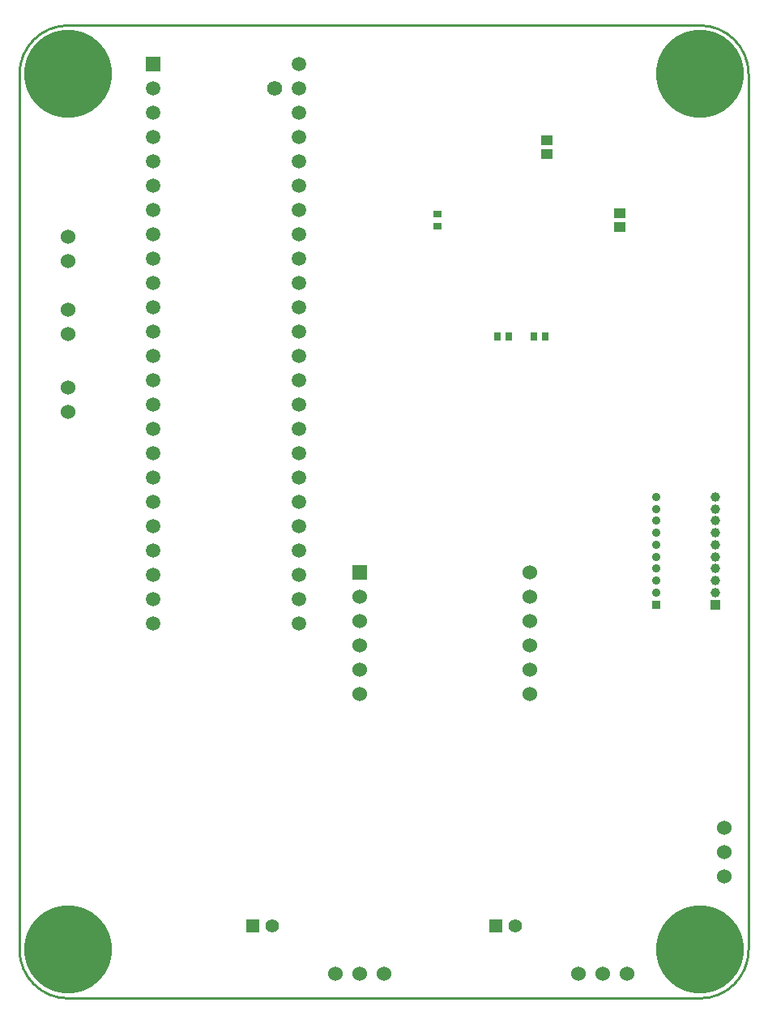
<source format=gbs>
G04*
G04 #@! TF.GenerationSoftware,Altium Limited,Altium Designer,23.8.1 (32)*
G04*
G04 Layer_Color=16711935*
%FSLAX25Y25*%
%MOIN*%
G70*
G04*
G04 #@! TF.SameCoordinates,29178C35-F4AC-4926-8FEA-C3B9FECDB407*
G04*
G04*
G04 #@! TF.FilePolarity,Negative*
G04*
G01*
G75*
%ADD14C,0.01000*%
%ADD56R,0.05524X0.05524*%
%ADD62R,0.04737X0.03950*%
%ADD65C,0.05918*%
%ADD66R,0.05918X0.05918*%
%ADD67C,0.06000*%
%ADD68C,0.36233*%
%ADD69C,0.05524*%
%ADD70C,0.06181*%
%ADD71C,0.03937*%
%ADD72R,0.03937X0.03937*%
%ADD73C,0.03543*%
%ADD74R,0.03543X0.03543*%
%ADD75R,0.06000X0.06000*%
%ADD84R,0.02985X0.03197*%
%ADD85R,0.03197X0.02985*%
D14*
X380000Y100000D02*
G03*
X400000Y120000I0J20000D01*
G01*
X100000Y120000D02*
G03*
X120000Y100000I20000J0D01*
G01*
X400000Y480000D02*
G03*
X380000Y500000I-20000J0D01*
G01*
X120000Y500000D02*
G03*
X100000Y480000I0J-20000D01*
G01*
Y120000D02*
Y480000D01*
X400000Y120000D02*
X400000Y480000D01*
X120000Y100000D02*
X380000D01*
X120000Y500000D02*
X380000D01*
D56*
X296063Y129646D02*
D03*
X196063D02*
D03*
D62*
X317000Y447047D02*
D03*
Y452953D02*
D03*
X347000Y417047D02*
D03*
Y422953D02*
D03*
D65*
X215002Y483998D02*
D03*
Y473998D02*
D03*
Y463998D02*
D03*
Y453998D02*
D03*
Y443998D02*
D03*
Y433998D02*
D03*
Y423998D02*
D03*
Y413998D02*
D03*
Y403998D02*
D03*
Y393998D02*
D03*
Y383998D02*
D03*
Y373998D02*
D03*
Y363998D02*
D03*
Y353998D02*
D03*
Y343998D02*
D03*
Y333998D02*
D03*
Y323998D02*
D03*
Y313998D02*
D03*
Y303998D02*
D03*
Y293998D02*
D03*
Y283998D02*
D03*
Y273998D02*
D03*
Y263998D02*
D03*
Y253998D02*
D03*
X154998Y254002D02*
D03*
Y264002D02*
D03*
Y274002D02*
D03*
Y284002D02*
D03*
Y294002D02*
D03*
Y304002D02*
D03*
Y314002D02*
D03*
Y324002D02*
D03*
Y334002D02*
D03*
Y344002D02*
D03*
Y354002D02*
D03*
Y364002D02*
D03*
Y374002D02*
D03*
Y384002D02*
D03*
Y394002D02*
D03*
Y404002D02*
D03*
Y414002D02*
D03*
Y424002D02*
D03*
Y434002D02*
D03*
Y444002D02*
D03*
Y454002D02*
D03*
Y464002D02*
D03*
Y474002D02*
D03*
D66*
Y484002D02*
D03*
D67*
X250000Y110000D02*
D03*
X240000D02*
D03*
X230000D02*
D03*
X120000Y341000D02*
D03*
Y351000D02*
D03*
X240000Y225000D02*
D03*
Y235000D02*
D03*
Y245000D02*
D03*
Y255000D02*
D03*
Y265000D02*
D03*
X310000Y225000D02*
D03*
Y235000D02*
D03*
Y245000D02*
D03*
Y255000D02*
D03*
Y265000D02*
D03*
Y275000D02*
D03*
X120000Y403000D02*
D03*
Y413000D02*
D03*
Y373000D02*
D03*
Y383000D02*
D03*
X390000Y150000D02*
D03*
Y160000D02*
D03*
Y170000D02*
D03*
X350000Y110000D02*
D03*
X340000D02*
D03*
X330000D02*
D03*
D68*
X120000Y120000D02*
D03*
Y480000D02*
D03*
X380000D02*
D03*
Y120000D02*
D03*
D69*
X303937Y129646D02*
D03*
X203937D02*
D03*
D70*
X205000Y473998D02*
D03*
D71*
X386429Y306177D02*
D03*
Y301256D02*
D03*
Y296335D02*
D03*
Y291413D02*
D03*
Y286492D02*
D03*
Y281571D02*
D03*
Y276650D02*
D03*
Y271728D02*
D03*
Y266807D02*
D03*
D72*
Y261886D02*
D03*
D73*
X361882Y306177D02*
D03*
Y301256D02*
D03*
Y296335D02*
D03*
Y291413D02*
D03*
Y286492D02*
D03*
Y281571D02*
D03*
Y276650D02*
D03*
Y271728D02*
D03*
Y266807D02*
D03*
D74*
Y261886D02*
D03*
D75*
X240000Y275000D02*
D03*
D84*
X316469Y372000D02*
D03*
X311531D02*
D03*
X301468D02*
D03*
X296532D02*
D03*
D85*
X272000Y417531D02*
D03*
Y422469D02*
D03*
M02*

</source>
